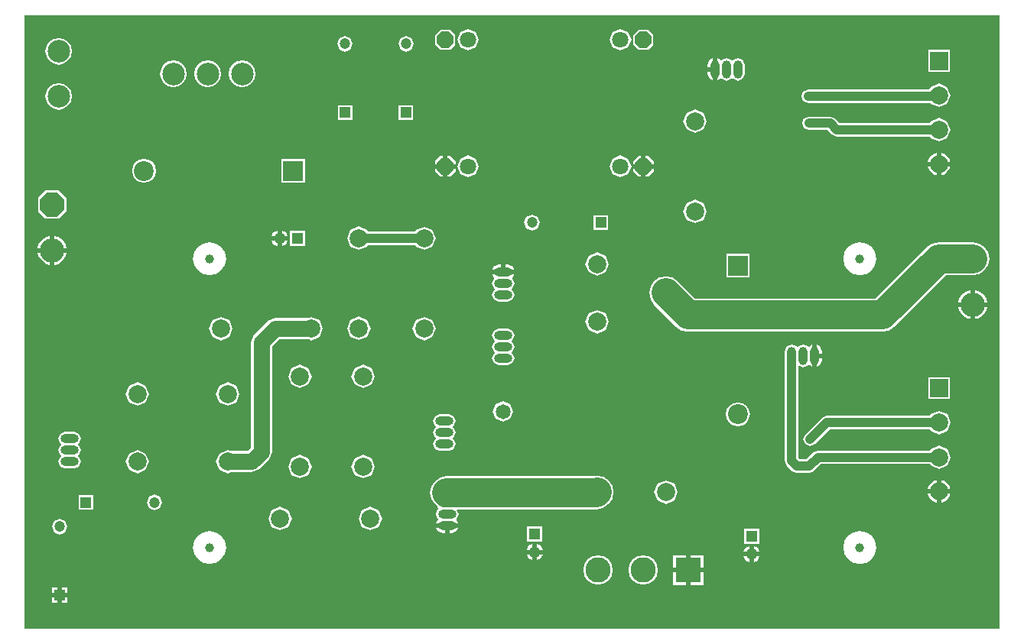
<source format=gbl>
G04*
G04 #@! TF.GenerationSoftware,Altium Limited,Altium Designer,20.0.11 (256)*
G04*
G04 Layer_Physical_Order=2*
G04 Layer_Color=16711680*
%FSLAX25Y25*%
%MOIN*%
G70*
G01*
G75*
%ADD28C,0.08661*%
%ADD29R,0.08661X0.08661*%
%ADD30R,0.08661X0.08661*%
%ADD40C,0.04724*%
%ADD41R,0.04724X0.04724*%
%ADD42R,0.04724X0.04724*%
%ADD50C,0.03937*%
%ADD51C,0.07087*%
%ADD52C,0.12598*%
%ADD53O,0.03937X0.07874*%
%ADD54O,0.03937X0.07874*%
%ADD55O,0.07874X0.03937*%
%ADD56O,0.07874X0.03937*%
%ADD57C,0.07900*%
%ADD58R,0.06496X0.06496*%
%ADD59C,0.06496*%
%ADD60C,0.07874*%
%ADD61R,0.07874X0.07874*%
%ADD62C,0.09843*%
%ADD63P,0.11506X8X292.5*%
%ADD64C,0.10630*%
%ADD65R,0.11024X0.11024*%
%ADD66C,0.11024*%
%ADD67C,0.05118*%
%ADD68R,0.05118X0.05118*%
%ADD69P,0.07671X8X202.5*%
%ADD70C,0.07087*%
%ADD71R,0.05118X0.05118*%
%ADD72C,0.03937*%
%ADD73C,0.02362*%
G36*
X429134Y3937D02*
X3937D01*
Y271654D01*
X429134D01*
Y3937D01*
D02*
G37*
%LPC*%
G36*
X275951Y265170D02*
X271608D01*
X269436Y262998D01*
Y258655D01*
X271608Y256484D01*
X275951D01*
X278123Y258655D01*
Y262998D01*
X275951Y265170D01*
D02*
G37*
G36*
X189534D02*
X185191D01*
X183019Y262998D01*
Y258655D01*
X185191Y256484D01*
X189534D01*
X191706Y258655D01*
Y262998D01*
X189534Y265170D01*
D02*
G37*
G36*
X263779Y265528D02*
X260455Y264151D01*
X259078Y260827D01*
X260455Y257503D01*
X263779Y256126D01*
X267104Y257503D01*
X268481Y260827D01*
X267104Y264151D01*
X263779Y265528D01*
D02*
G37*
G36*
X197362D02*
X194038Y264151D01*
X192661Y260827D01*
X194038Y257503D01*
X197362Y256126D01*
X200686Y257503D01*
X202063Y260827D01*
X200686Y264151D01*
X197362Y265528D01*
D02*
G37*
G36*
X170276Y262529D02*
X167855Y261526D01*
X166853Y259106D01*
X167855Y256686D01*
X170276Y255684D01*
X172696Y256686D01*
X173698Y259106D01*
X172696Y261526D01*
X170276Y262529D01*
D02*
G37*
G36*
X143701D02*
X141280Y261526D01*
X140278Y259106D01*
X141280Y256686D01*
X143701Y255684D01*
X146121Y256686D01*
X147124Y259106D01*
X146121Y261526D01*
X143701Y262529D01*
D02*
G37*
G36*
X314961Y252997D02*
X312842Y252119D01*
X312711Y251802D01*
X312211D01*
X312080Y252119D01*
X309961Y252997D01*
X307842Y252119D01*
X307819Y252064D01*
X307319D01*
X307233Y252272D01*
X305961Y252799D01*
Y248031D01*
Y243264D01*
X307233Y243791D01*
X307319Y243999D01*
X307819D01*
X307842Y243944D01*
X309961Y243066D01*
X312080Y243944D01*
X312211Y244261D01*
X312711D01*
X312842Y243944D01*
X314961Y243066D01*
X317080Y243944D01*
X317957Y246063D01*
Y250000D01*
X317080Y252119D01*
X314961Y252997D01*
D02*
G37*
G36*
X18898Y261739D02*
X16665Y261295D01*
X14773Y260030D01*
X13508Y258138D01*
X13064Y255906D01*
X13508Y253673D01*
X14773Y251781D01*
X16665Y250516D01*
X18898Y250072D01*
X21130Y250516D01*
X23022Y251781D01*
X24287Y253673D01*
X24731Y255906D01*
X24287Y258138D01*
X23022Y260030D01*
X21130Y261295D01*
X18898Y261739D01*
D02*
G37*
G36*
X303961Y252799D02*
X302689Y252272D01*
X301748Y250000D01*
Y249031D01*
X303961D01*
Y252799D01*
D02*
G37*
G36*
X407296Y256430D02*
X397822D01*
Y246956D01*
X407296D01*
Y256430D01*
D02*
G37*
G36*
X303961Y247031D02*
X301748D01*
Y246063D01*
X302689Y243791D01*
X303961Y243264D01*
Y247031D01*
D02*
G37*
G36*
X98819Y251896D02*
X96587Y251452D01*
X94694Y250188D01*
X93430Y248295D01*
X92986Y246063D01*
X93430Y243831D01*
X94694Y241938D01*
X96587Y240674D01*
X98819Y240230D01*
X101051Y240674D01*
X102944Y241938D01*
X104208Y243831D01*
X104652Y246063D01*
X104208Y248295D01*
X102944Y250188D01*
X101051Y251452D01*
X98819Y251896D01*
D02*
G37*
G36*
X83858D02*
X81626Y251452D01*
X79734Y250188D01*
X78469Y248295D01*
X78025Y246063D01*
X78469Y243831D01*
X79734Y241938D01*
X81626Y240674D01*
X83858Y240230D01*
X86091Y240674D01*
X87983Y241938D01*
X89248Y243831D01*
X89692Y246063D01*
X89248Y248295D01*
X87983Y250188D01*
X86091Y251452D01*
X83858Y251896D01*
D02*
G37*
G36*
X68898D02*
X66665Y251452D01*
X64773Y250188D01*
X63508Y248295D01*
X63064Y246063D01*
X63508Y243831D01*
X64773Y241938D01*
X66665Y240674D01*
X68898Y240230D01*
X71130Y240674D01*
X73022Y241938D01*
X74287Y243831D01*
X74731Y246063D01*
X74287Y248295D01*
X73022Y250188D01*
X71130Y251452D01*
X68898Y251896D01*
D02*
G37*
G36*
X402499Y241823D02*
X398874Y240321D01*
X398416Y239217D01*
X345472Y239217D01*
X343354Y238339D01*
X342476Y236221D01*
X343354Y234102D01*
X345472Y233224D01*
X398810Y233224D01*
X398874Y233070D01*
X402499Y231569D01*
X406125Y233070D01*
X407627Y236696D01*
X406125Y240321D01*
X402499Y241823D01*
D02*
G37*
G36*
X18898Y242054D02*
X16665Y241610D01*
X14773Y240345D01*
X13508Y238453D01*
X13064Y236221D01*
X13508Y233988D01*
X14773Y232096D01*
X16665Y230831D01*
X18898Y230387D01*
X21130Y230831D01*
X23022Y232096D01*
X24287Y233988D01*
X24731Y236221D01*
X24287Y238453D01*
X23022Y240345D01*
X21130Y241610D01*
X18898Y242054D01*
D02*
G37*
G36*
X173438Y232245D02*
X167113D01*
Y225921D01*
X173438D01*
Y232245D01*
D02*
G37*
G36*
X146863D02*
X140539D01*
Y225921D01*
X146863D01*
Y232245D01*
D02*
G37*
G36*
X296260Y230521D02*
X292634Y229019D01*
X291132Y225394D01*
X292634Y221768D01*
X296260Y220266D01*
X299885Y221768D01*
X301387Y225394D01*
X299885Y229019D01*
X296260Y230521D01*
D02*
G37*
G36*
X355315Y227406D02*
X355315Y227406D01*
X345822D01*
X343703Y226528D01*
X342826Y224410D01*
X343703Y222290D01*
X345822Y221413D01*
X354074D01*
X355988Y219498D01*
X358107Y218621D01*
X358107Y218621D01*
X398614D01*
X398874Y217992D01*
X402499Y216490D01*
X406125Y217992D01*
X407627Y221617D01*
X406125Y225243D01*
X402499Y226745D01*
X398874Y225243D01*
X398614Y224614D01*
X359348D01*
X357434Y226528D01*
X355315Y227406D01*
D02*
G37*
G36*
X403559Y211528D02*
Y207693D01*
X407394D01*
X407210Y208619D01*
X406118Y210252D01*
X404485Y211344D01*
X403559Y211528D01*
D02*
G37*
G36*
X401559Y211528D02*
X400633Y211344D01*
X399000Y210252D01*
X397908Y208619D01*
X397724Y207693D01*
X401559D01*
Y211528D01*
D02*
G37*
G36*
X276051Y210252D02*
X274780D01*
Y206709D01*
X278323D01*
Y207980D01*
X276051Y210252D01*
D02*
G37*
G36*
X189634D02*
X188362D01*
Y206709D01*
X191905D01*
Y207980D01*
X189634Y210252D01*
D02*
G37*
G36*
X186362D02*
X185091D01*
X182819Y207980D01*
Y206709D01*
X186362D01*
Y210252D01*
D02*
G37*
G36*
X272779D02*
X271508D01*
X269236Y207980D01*
Y206709D01*
X272779D01*
Y210252D01*
D02*
G37*
G36*
X401559Y205693D02*
X397724D01*
X397908Y204767D01*
X399000Y203134D01*
X400633Y202042D01*
X401559Y201858D01*
Y205693D01*
D02*
G37*
G36*
X407394D02*
X403559D01*
Y201858D01*
X404485Y202042D01*
X406118Y203134D01*
X407210Y204767D01*
X407394Y205693D01*
D02*
G37*
G36*
X278323Y204709D02*
X274780D01*
Y201165D01*
X276051D01*
X278323Y203437D01*
Y204709D01*
D02*
G37*
G36*
X272779D02*
X269236D01*
Y203437D01*
X271508Y201165D01*
X272779D01*
Y204709D01*
D02*
G37*
G36*
X191905D02*
X188362D01*
Y201165D01*
X189634D01*
X191905Y203437D01*
Y204709D01*
D02*
G37*
G36*
X186362D02*
X182819D01*
Y203437D01*
X185091Y201165D01*
X186362D01*
Y204709D01*
D02*
G37*
G36*
X263779Y210410D02*
X260455Y209033D01*
X259078Y205709D01*
X260455Y202384D01*
X263779Y201008D01*
X267104Y202384D01*
X268481Y205709D01*
X267104Y209033D01*
X263779Y210410D01*
D02*
G37*
G36*
X197362D02*
X194038Y209033D01*
X192661Y205709D01*
X194038Y202384D01*
X197362Y201008D01*
X200686Y202384D01*
X202063Y205709D01*
X200686Y209033D01*
X197362Y210410D01*
D02*
G37*
G36*
X126194Y208871D02*
X115932D01*
Y198609D01*
X126194D01*
Y208871D01*
D02*
G37*
G36*
X56118Y208971D02*
X54116Y208573D01*
X52419Y207439D01*
X51285Y205742D01*
X50887Y203740D01*
X51285Y201738D01*
X52419Y200041D01*
X54116Y198907D01*
X56118Y198509D01*
X58120Y198907D01*
X59817Y200041D01*
X60951Y201738D01*
X61349Y203740D01*
X60951Y205742D01*
X59817Y207439D01*
X58120Y208573D01*
X56118Y208971D01*
D02*
G37*
G36*
X19101Y195091D02*
X12986D01*
X9928Y192034D01*
Y185919D01*
X12986Y182861D01*
X19101D01*
X22158Y185919D01*
Y192034D01*
X19101Y195091D01*
D02*
G37*
G36*
X296260Y191151D02*
X292634Y189649D01*
X291132Y186024D01*
X292634Y182398D01*
X296260Y180896D01*
X299885Y182398D01*
X301387Y186024D01*
X299885Y189649D01*
X296260Y191151D01*
D02*
G37*
G36*
X258331Y184265D02*
X252007D01*
Y177940D01*
X258331D01*
Y184265D01*
D02*
G37*
G36*
X225146Y184525D02*
X222725Y183523D01*
X221723Y181102D01*
X222725Y178682D01*
X225146Y177680D01*
X227566Y178682D01*
X228568Y181102D01*
X227566Y183523D01*
X225146Y184525D01*
D02*
G37*
G36*
X116157Y177651D02*
Y175213D01*
X118596D01*
X117882Y176937D01*
X116157Y177651D01*
D02*
G37*
G36*
X114157D02*
X112434Y176937D01*
X111719Y175213D01*
X114157D01*
Y177651D01*
D02*
G37*
G36*
X126391Y177572D02*
X119673D01*
Y170853D01*
X126391D01*
Y177572D01*
D02*
G37*
G36*
X118596Y173213D02*
X116157D01*
Y170774D01*
X117882Y171489D01*
X118596Y173213D01*
D02*
G37*
G36*
X114157D02*
X111719D01*
X112434Y171489D01*
X114157Y170774D01*
Y173213D01*
D02*
G37*
G36*
X17043Y175216D02*
Y169976D01*
X22283D01*
X21992Y171440D01*
X20596Y173529D01*
X18507Y174925D01*
X17043Y175216D01*
D02*
G37*
G36*
X15043D02*
X13579Y174925D01*
X11490Y173529D01*
X10095Y171440D01*
X9804Y169976D01*
X15043D01*
Y175216D01*
D02*
G37*
G36*
X149694Y179491D02*
X146069Y177989D01*
X144567Y174363D01*
X146069Y170738D01*
X149694Y169236D01*
X153320Y170738D01*
X153549Y171291D01*
X174232D01*
X174524Y170587D01*
X178150Y169085D01*
X181775Y170587D01*
X183277Y174213D01*
X181775Y177838D01*
X178150Y179340D01*
X174524Y177838D01*
X174295Y177285D01*
X153611D01*
X153320Y177989D01*
X149694Y179491D01*
D02*
G37*
G36*
X22283Y167976D02*
X17043D01*
Y162737D01*
X18507Y163028D01*
X20596Y164424D01*
X21992Y166512D01*
X22283Y167976D01*
D02*
G37*
G36*
X15043D02*
X9804D01*
X10095Y166512D01*
X11490Y164424D01*
X13579Y163028D01*
X15043Y162737D01*
Y167976D01*
D02*
G37*
G36*
X214567Y162819D02*
X213598D01*
Y160606D01*
X217366D01*
X216839Y161878D01*
X214567Y162819D01*
D02*
G37*
G36*
X211598D02*
X210630D01*
X208358Y161878D01*
X207831Y160606D01*
X211598D01*
Y162819D01*
D02*
G37*
G36*
X368110Y172593D02*
X365340Y172042D01*
X362992Y170473D01*
X361423Y168124D01*
X360872Y165354D01*
X361423Y162584D01*
X362992Y160236D01*
X365340Y158667D01*
X368110Y158116D01*
X370880Y158667D01*
X373229Y160236D01*
X374798Y162584D01*
X375348Y165354D01*
X374798Y168124D01*
X373229Y170473D01*
X370880Y172042D01*
X368110Y172593D01*
D02*
G37*
G36*
X84646D02*
X81876Y172042D01*
X79527Y170473D01*
X77958Y168124D01*
X77407Y165354D01*
X77958Y162584D01*
X79527Y160236D01*
X81876Y158667D01*
X84646Y158116D01*
X87416Y158667D01*
X89764Y160236D01*
X91333Y162584D01*
X91884Y165354D01*
X91333Y168124D01*
X89764Y170473D01*
X87416Y172042D01*
X84646Y172593D01*
D02*
G37*
G36*
X253518Y168197D02*
X249882Y166692D01*
X248376Y163056D01*
X249882Y159421D01*
X253518Y157915D01*
X257153Y159421D01*
X258659Y163056D01*
X257153Y166692D01*
X253518Y168197D01*
D02*
G37*
G36*
X320090Y167509D02*
X309828D01*
Y157248D01*
X320090D01*
Y167509D01*
D02*
G37*
G36*
X417323Y172593D02*
X402559D01*
X399789Y172042D01*
X397441Y170473D01*
X374955Y147986D01*
X296226D01*
X288636Y155576D01*
X286288Y157145D01*
X283518Y157696D01*
X280748Y157145D01*
X278399Y155576D01*
X276830Y153228D01*
X276279Y150458D01*
X276830Y147688D01*
X278399Y145339D01*
X288109Y135630D01*
X290457Y134061D01*
X293227Y133510D01*
X377953D01*
X380723Y134061D01*
X383071Y135630D01*
X405557Y158116D01*
X417323D01*
X420093Y158667D01*
X422441Y160236D01*
X424010Y162584D01*
X424561Y165354D01*
X424010Y168124D01*
X422441Y170473D01*
X420093Y172042D01*
X417323Y172593D01*
D02*
G37*
G36*
X217366Y158606D02*
X212598D01*
X207831D01*
X208358Y157334D01*
X208566Y157248D01*
Y156748D01*
X208511Y156725D01*
X207633Y154606D01*
X208511Y152487D01*
X208827Y152356D01*
Y151856D01*
X208511Y151725D01*
X207633Y149606D01*
X208511Y147487D01*
X210630Y146610D01*
X214567D01*
X216686Y147487D01*
X217564Y149606D01*
X216686Y151725D01*
X216369Y151856D01*
Y152356D01*
X216686Y152487D01*
X217564Y154606D01*
X216686Y156725D01*
X216631Y156748D01*
Y157248D01*
X216839Y157334D01*
X217366Y158606D01*
D02*
G37*
G36*
X418323Y151594D02*
Y146354D01*
X423563D01*
X423271Y147818D01*
X421876Y149907D01*
X419787Y151303D01*
X418323Y151594D01*
D02*
G37*
G36*
X416323Y151594D02*
X414859Y151303D01*
X412770Y149907D01*
X411374Y147818D01*
X411083Y146354D01*
X416323D01*
Y151594D01*
D02*
G37*
G36*
X128937Y139970D02*
X127908Y139544D01*
X113189D01*
X113189Y139544D01*
X109865Y138167D01*
X109865Y138167D01*
X103959Y132261D01*
X102582Y128937D01*
X102582Y128937D01*
Y83021D01*
X101185Y81624D01*
X93185D01*
X92520Y81899D01*
X88894Y80397D01*
X87392Y76772D01*
X88894Y73146D01*
X92520Y71644D01*
X93912Y72221D01*
X103132D01*
X103132Y72221D01*
X106456Y73598D01*
X110608Y77749D01*
X110608Y77749D01*
X111985Y81074D01*
Y126990D01*
X115136Y130141D01*
X127908D01*
X128937Y129715D01*
X132563Y131217D01*
X134064Y134843D01*
X132563Y138468D01*
X128937Y139970D01*
D02*
G37*
G36*
X423563Y144354D02*
X418323D01*
Y139115D01*
X419787Y139406D01*
X421876Y140802D01*
X423271Y142890D01*
X423563Y144354D01*
D02*
G37*
G36*
X416323D02*
X411083D01*
X411374Y142890D01*
X412770Y140802D01*
X414859Y139406D01*
X416323Y139115D01*
Y144354D01*
D02*
G37*
G36*
X253518Y143001D02*
X249882Y141495D01*
X248376Y137859D01*
X249882Y134224D01*
X253518Y132718D01*
X257153Y134224D01*
X258659Y137859D01*
X257153Y141495D01*
X253518Y143001D01*
D02*
G37*
G36*
X149694Y140120D02*
X146069Y138619D01*
X144567Y134993D01*
X146069Y131368D01*
X149694Y129866D01*
X153320Y131368D01*
X154822Y134993D01*
X153320Y138619D01*
X149694Y140120D01*
D02*
G37*
G36*
X178150Y139970D02*
X174524Y138468D01*
X173022Y134843D01*
X174524Y131217D01*
X178150Y129715D01*
X181775Y131217D01*
X183277Y134843D01*
X181775Y138468D01*
X178150Y139970D01*
D02*
G37*
G36*
X89567D02*
X85941Y138468D01*
X84440Y134843D01*
X85941Y131217D01*
X89567Y129715D01*
X93192Y131217D01*
X94694Y134843D01*
X93192Y138468D01*
X89567Y139970D01*
D02*
G37*
G36*
X343425Y127997D02*
X341306Y127119D01*
X341175Y126803D01*
X340675D01*
X340544Y127119D01*
X338425Y127997D01*
X336306Y127119D01*
X335429Y125000D01*
Y121063D01*
Y77109D01*
X335429Y77109D01*
X336306Y74990D01*
X338613Y72684D01*
X340731Y71807D01*
X340732Y71807D01*
X345918D01*
X345918Y71807D01*
X348037Y72684D01*
X351096Y75744D01*
X398673D01*
X398934Y75115D01*
X402559Y73613D01*
X406185Y75115D01*
X407686Y78740D01*
X406185Y82366D01*
X402559Y83868D01*
X398934Y82366D01*
X398673Y81737D01*
X349855D01*
X347736Y80859D01*
X347736Y80859D01*
X344677Y77800D01*
X341973D01*
X341422Y78351D01*
Y118446D01*
X341838Y118724D01*
X343425Y118066D01*
X345544Y118944D01*
X345567Y118999D01*
X346067D01*
X346153Y118791D01*
X347425Y118264D01*
Y123031D01*
Y127799D01*
X346153Y127272D01*
X346067Y127064D01*
X345567D01*
X345544Y127119D01*
X343425Y127997D01*
D02*
G37*
G36*
X349425Y127799D02*
Y124031D01*
X351638D01*
Y125000D01*
X350697Y127272D01*
X349425Y127799D01*
D02*
G37*
G36*
X214567Y134886D02*
X210630D01*
X208511Y134009D01*
X207633Y131890D01*
X208511Y129771D01*
X208827Y129640D01*
Y129140D01*
X208511Y129009D01*
X207633Y126890D01*
X208511Y124771D01*
X208827Y124640D01*
Y124140D01*
X208511Y124009D01*
X207633Y121890D01*
X208511Y119771D01*
X210630Y118893D01*
X214567D01*
X216686Y119771D01*
X217564Y121890D01*
X216686Y124009D01*
X216369Y124140D01*
Y124640D01*
X216686Y124771D01*
X217564Y126890D01*
X216686Y129009D01*
X216369Y129140D01*
Y129640D01*
X216686Y129771D01*
X217564Y131890D01*
X216686Y134009D01*
X214567Y134886D01*
D02*
G37*
G36*
X351638Y122031D02*
X349425D01*
Y118264D01*
X350697Y118791D01*
X351638Y121063D01*
Y122031D01*
D02*
G37*
G36*
X151575Y119196D02*
X147949Y117694D01*
X146448Y114068D01*
X147949Y110443D01*
X151575Y108941D01*
X155200Y110443D01*
X156702Y114068D01*
X155200Y117694D01*
X151575Y119196D01*
D02*
G37*
G36*
X124016D02*
X120390Y117694D01*
X118888Y114068D01*
X120390Y110443D01*
X124016Y108941D01*
X127641Y110443D01*
X129143Y114068D01*
X127641Y117694D01*
X124016Y119196D01*
D02*
G37*
G36*
X407356Y113553D02*
X397882D01*
Y104079D01*
X407356D01*
Y113553D01*
D02*
G37*
G36*
X92520Y111426D02*
X88894Y109925D01*
X87392Y106299D01*
X88894Y102674D01*
X92520Y101172D01*
X96145Y102674D01*
X97647Y106299D01*
X96145Y109925D01*
X92520Y111426D01*
D02*
G37*
G36*
X53150D02*
X49524Y109925D01*
X48022Y106299D01*
X49524Y102674D01*
X53150Y101172D01*
X56775Y102674D01*
X58277Y106299D01*
X56775Y109925D01*
X53150Y111426D01*
D02*
G37*
G36*
X402559Y98946D02*
X398934Y97444D01*
X398673Y96816D01*
X353661D01*
X353661Y96816D01*
X351542Y95938D01*
X351542Y95938D01*
X344338Y88733D01*
X343460Y86614D01*
X344338Y84495D01*
X346457Y83618D01*
X348576Y84495D01*
X354903Y90822D01*
X398673D01*
X398934Y90193D01*
X402559Y88692D01*
X406185Y90193D01*
X407686Y93819D01*
X406185Y97444D01*
X402559Y98946D01*
D02*
G37*
G36*
X212509Y103084D02*
X209411Y101801D01*
X208128Y98702D01*
X209411Y95604D01*
X212509Y94321D01*
X215608Y95604D01*
X216891Y98702D01*
X215608Y101801D01*
X212509Y103084D01*
D02*
G37*
G36*
X314959Y102665D02*
X312957Y102267D01*
X311260Y101133D01*
X310126Y99436D01*
X309728Y97434D01*
X310126Y95432D01*
X311260Y93735D01*
X312957Y92601D01*
X314959Y92203D01*
X316961Y92601D01*
X318658Y93735D01*
X319792Y95432D01*
X320190Y97434D01*
X319792Y99436D01*
X318658Y101133D01*
X316961Y102267D01*
X314959Y102665D01*
D02*
G37*
G36*
X188976Y97485D02*
X185039D01*
X182921Y96607D01*
X182043Y94488D01*
X182921Y92369D01*
X183237Y92238D01*
Y91738D01*
X182920Y91607D01*
X182043Y89488D01*
X182920Y87369D01*
X183237Y87238D01*
Y86738D01*
X182920Y86607D01*
X182043Y84488D01*
X182920Y82369D01*
X185039Y81492D01*
X188976D01*
X191095Y82369D01*
X191973Y84488D01*
X191095Y86607D01*
X190779Y86738D01*
Y87238D01*
X191095Y87369D01*
X191973Y89488D01*
X191095Y91607D01*
X190779Y91738D01*
Y92238D01*
X191095Y92369D01*
X191973Y94488D01*
X191095Y96607D01*
X188976Y97485D01*
D02*
G37*
G36*
X25591Y89768D02*
X21654D01*
X19535Y88891D01*
X18657Y86772D01*
X19535Y84653D01*
X19851Y84522D01*
Y84022D01*
X19535Y83891D01*
X18657Y81772D01*
X19535Y79653D01*
X19851Y79522D01*
Y79022D01*
X19535Y78891D01*
X18657Y76772D01*
X19535Y74653D01*
X21654Y73775D01*
X25591D01*
X27709Y74653D01*
X28587Y76772D01*
X27709Y78891D01*
X27393Y79022D01*
Y79522D01*
X27709Y79653D01*
X28587Y81772D01*
X27709Y83891D01*
X27393Y84022D01*
Y84522D01*
X27709Y84653D01*
X28587Y86772D01*
X27709Y88891D01*
X25591Y89768D01*
D02*
G37*
G36*
X53150Y81899D02*
X49524Y80397D01*
X48022Y76772D01*
X49524Y73146D01*
X53150Y71644D01*
X56775Y73146D01*
X58277Y76772D01*
X56775Y80397D01*
X53150Y81899D01*
D02*
G37*
G36*
X151575Y79826D02*
X147949Y78324D01*
X146448Y74698D01*
X147949Y71073D01*
X151575Y69571D01*
X155200Y71073D01*
X156702Y74698D01*
X155200Y78324D01*
X151575Y79826D01*
D02*
G37*
G36*
X124016D02*
X120390Y78324D01*
X118888Y74698D01*
X120390Y71073D01*
X124016Y69571D01*
X127641Y71073D01*
X129143Y74698D01*
X127641Y78324D01*
X124016Y79826D01*
D02*
G37*
G36*
X403619Y68651D02*
Y64816D01*
X407453D01*
X407269Y65742D01*
X406178Y67375D01*
X404545Y68466D01*
X403619Y68651D01*
D02*
G37*
G36*
X401619Y68651D02*
X400692Y68466D01*
X399059Y67375D01*
X397968Y65742D01*
X397784Y64816D01*
X401619D01*
Y68651D01*
D02*
G37*
G36*
Y62816D02*
X397784D01*
X397968Y61889D01*
X399059Y60256D01*
X400692Y59165D01*
X401619Y58981D01*
Y62816D01*
D02*
G37*
G36*
X407453D02*
X403619D01*
Y58981D01*
X404545Y59165D01*
X406178Y60256D01*
X407269Y61889D01*
X407453Y62816D01*
D02*
G37*
G36*
X283518Y68591D02*
X279882Y67085D01*
X278376Y63450D01*
X279882Y59814D01*
X283518Y58308D01*
X287153Y59814D01*
X288659Y63450D01*
X287153Y67085D01*
X283518Y68591D01*
D02*
G37*
G36*
X33820Y62217D02*
X27495D01*
Y55893D01*
X33820D01*
Y62217D01*
D02*
G37*
G36*
X60681Y62478D02*
X58261Y61475D01*
X57258Y59055D01*
X58261Y56635D01*
X60681Y55632D01*
X63101Y56635D01*
X64104Y59055D01*
X63101Y61475D01*
X60681Y62478D01*
D02*
G37*
G36*
X253518Y70688D02*
X252610Y70508D01*
X187992D01*
X185222Y69957D01*
X182874Y68388D01*
X181305Y66039D01*
X180754Y63269D01*
X181305Y60499D01*
X182874Y58151D01*
X183808Y57527D01*
X184101Y56818D01*
X184418Y56687D01*
Y56187D01*
X184101Y56056D01*
X183224Y53937D01*
X184101Y51818D01*
X184157Y51795D01*
Y51295D01*
X183949Y51209D01*
X183422Y49937D01*
X192956D01*
X192429Y51209D01*
X192221Y51295D01*
Y51795D01*
X192276Y51818D01*
X193154Y53937D01*
X192459Y55615D01*
X192737Y56031D01*
X253337D01*
X256107Y56582D01*
X258455Y58151D01*
X258636Y58332D01*
X260205Y60680D01*
X260756Y63450D01*
X260205Y66220D01*
X258636Y68568D01*
X256288Y70137D01*
X253518Y70688D01*
D02*
G37*
G36*
X154724Y57096D02*
X151099Y55594D01*
X149597Y51968D01*
X151099Y48343D01*
X154724Y46841D01*
X158350Y48343D01*
X159852Y51968D01*
X158350Y55594D01*
X154724Y57096D01*
D02*
G37*
G36*
X115354D02*
X111729Y55594D01*
X110227Y51968D01*
X111729Y48343D01*
X115354Y46841D01*
X118980Y48343D01*
X120482Y51968D01*
X118980Y55594D01*
X115354Y57096D01*
D02*
G37*
G36*
X192956Y47937D02*
X189189D01*
Y45724D01*
X190157D01*
X192429Y46665D01*
X192956Y47937D01*
D02*
G37*
G36*
X187189D02*
X183422D01*
X183949Y46665D01*
X186221Y45724D01*
X187189D01*
Y47937D01*
D02*
G37*
G36*
X19291Y51899D02*
X16871Y50897D01*
X15869Y48476D01*
X16871Y46056D01*
X19291Y45054D01*
X21712Y46056D01*
X22714Y48476D01*
X21712Y50897D01*
X19291Y51899D01*
D02*
G37*
G36*
X229737Y48635D02*
X223019D01*
Y41916D01*
X229737D01*
Y48635D01*
D02*
G37*
G36*
X324225Y47650D02*
X317507D01*
Y40932D01*
X324225D01*
Y47650D01*
D02*
G37*
G36*
X227378Y40840D02*
Y38402D01*
X229816D01*
X229102Y40126D01*
X227378Y40840D01*
D02*
G37*
G36*
X225378Y40840D02*
X223654Y40126D01*
X222940Y38402D01*
X225378D01*
Y40840D01*
D02*
G37*
G36*
X321866Y39855D02*
Y37417D01*
X324304D01*
X323590Y39141D01*
X321866Y39855D01*
D02*
G37*
G36*
X319866D02*
X318142Y39141D01*
X317428Y37417D01*
X319866D01*
Y39855D01*
D02*
G37*
G36*
X229816Y36402D02*
X227378D01*
Y33964D01*
X229102Y34678D01*
X229816Y36402D01*
D02*
G37*
G36*
X225378D02*
X222940D01*
X223654Y34678D01*
X225378Y33964D01*
Y36402D01*
D02*
G37*
G36*
X324304Y35417D02*
X321866D01*
Y32979D01*
X323590Y33693D01*
X324304Y35417D01*
D02*
G37*
G36*
X319866D02*
X317428D01*
X318142Y33693D01*
X319866Y32979D01*
Y35417D01*
D02*
G37*
G36*
X368110Y46608D02*
X365340Y46057D01*
X362992Y44488D01*
X361423Y42140D01*
X360872Y39370D01*
X361423Y36600D01*
X362992Y34252D01*
X365340Y32683D01*
X368110Y32132D01*
X370880Y32683D01*
X373229Y34252D01*
X374798Y36600D01*
X375348Y39370D01*
X374798Y42140D01*
X373229Y44488D01*
X370880Y46057D01*
X368110Y46608D01*
D02*
G37*
G36*
X84646D02*
X81876Y46057D01*
X79527Y44488D01*
X77958Y42140D01*
X77407Y39370D01*
X77958Y36600D01*
X79527Y34252D01*
X81876Y32683D01*
X84646Y32132D01*
X87416Y32683D01*
X89764Y34252D01*
X91333Y36600D01*
X91884Y39370D01*
X91333Y42140D01*
X89764Y44488D01*
X87416Y46057D01*
X84646Y46608D01*
D02*
G37*
G36*
X299819Y36039D02*
X294307D01*
Y30528D01*
X299819D01*
Y36039D01*
D02*
G37*
G36*
X292307D02*
X286795D01*
Y30528D01*
X292307D01*
Y36039D01*
D02*
G37*
G36*
X273622Y35963D02*
X271159Y35473D01*
X269072Y34078D01*
X267676Y31990D01*
X267187Y29528D01*
X267676Y27065D01*
X269072Y24977D01*
X271159Y23582D01*
X273622Y23092D01*
X276085Y23582D01*
X278173Y24977D01*
X279568Y27065D01*
X280058Y29528D01*
X279568Y31990D01*
X278173Y34078D01*
X276085Y35473D01*
X273622Y35963D01*
D02*
G37*
G36*
X253937D02*
X251474Y35473D01*
X249387Y34078D01*
X247991Y31990D01*
X247501Y29528D01*
X247991Y27065D01*
X249387Y24977D01*
X251474Y23582D01*
X253937Y23092D01*
X256400Y23582D01*
X258488Y24977D01*
X259883Y27065D01*
X260372Y29528D01*
X259883Y31990D01*
X258488Y34078D01*
X256400Y35473D01*
X253937Y35963D01*
D02*
G37*
G36*
X299819Y28528D02*
X294307D01*
Y23016D01*
X299819D01*
Y28528D01*
D02*
G37*
G36*
X292307D02*
X286795D01*
Y23016D01*
X292307D01*
Y28528D01*
D02*
G37*
G36*
X22654Y21815D02*
X20291D01*
Y19453D01*
X22654D01*
Y21815D01*
D02*
G37*
G36*
X18291D02*
X15929D01*
Y19453D01*
X18291D01*
Y21815D01*
D02*
G37*
G36*
X22654Y17453D02*
X20291D01*
Y15091D01*
X22654D01*
Y17453D01*
D02*
G37*
G36*
X18291D02*
X15929D01*
Y15091D01*
X18291D01*
Y17453D01*
D02*
G37*
%LPD*%
D28*
X56118Y203740D02*
D03*
X314959Y97434D02*
D03*
D29*
X121063Y203740D02*
D03*
D30*
X314959Y162379D02*
D03*
D40*
X225146Y181102D02*
D03*
X60681Y59055D02*
D03*
X19291Y48476D02*
D03*
X143701Y259106D02*
D03*
X170276D02*
D03*
D41*
X255169Y181102D02*
D03*
X30658Y59055D02*
D03*
D42*
X19291Y18453D02*
D03*
X143701Y229083D02*
D03*
X170276D02*
D03*
D50*
X149694Y174363D02*
X149769Y174288D01*
X178074D01*
X178150Y174213D01*
X345472Y236221D02*
X402024Y236221D01*
X402499Y236696D01*
X358107Y221617D02*
X402499D01*
X355315Y224410D02*
X358107Y221617D01*
X345822Y224410D02*
X355315D01*
X340731Y74803D02*
X345918D01*
X338425Y77109D02*
Y123031D01*
Y77109D02*
X340731Y74803D01*
X349855Y78740D02*
X402559D01*
X345918Y74803D02*
X349855Y78740D01*
X353661Y93819D02*
X402559D01*
X346457Y86614D02*
X353661Y93819D01*
D51*
X113189Y134843D02*
X128937D01*
X107283Y128937D02*
X113189Y134843D01*
X107283Y81074D02*
Y128937D01*
X92670Y76922D02*
X103132D01*
X107283Y81074D01*
X92520Y76772D02*
X92670Y76922D01*
D52*
X402559Y165354D02*
X417323D01*
X187992Y63269D02*
X212509D01*
X293227Y140748D02*
X377953D01*
X402559Y165354D01*
X283518Y150458D02*
X293227Y140748D01*
X212509Y63269D02*
X253337D01*
X253518Y63450D01*
D53*
X314961Y248031D02*
D03*
X309961D02*
D03*
X338425Y123031D02*
D03*
X343425D02*
D03*
D54*
X304961Y248031D02*
D03*
X348425Y123031D02*
D03*
D55*
X212598Y131890D02*
D03*
Y159606D02*
D03*
X23622Y86772D02*
D03*
X187008Y94488D02*
D03*
X188189Y48937D02*
D03*
D56*
X212598Y126890D02*
D03*
Y121890D02*
D03*
Y149606D02*
D03*
Y154606D02*
D03*
X23622Y81772D02*
D03*
Y76772D02*
D03*
X187008Y84488D02*
D03*
Y89488D02*
D03*
X188189Y53937D02*
D03*
Y58937D02*
D03*
D57*
X253518Y63450D02*
D03*
Y137859D02*
D03*
Y163056D02*
D03*
X283518Y150458D02*
D03*
Y63450D02*
D03*
D58*
X212509Y63269D02*
D03*
D59*
Y98702D02*
D03*
D60*
X402499Y221617D02*
D03*
Y236696D02*
D03*
X402559Y206693D02*
D03*
X402619Y63816D02*
D03*
X402559Y93819D02*
D03*
Y78740D02*
D03*
X296260Y186024D02*
D03*
Y225394D02*
D03*
X151575Y74698D02*
D03*
Y114068D02*
D03*
X115354Y51968D02*
D03*
X154724D02*
D03*
X53150Y76772D02*
D03*
X92520D02*
D03*
X128937Y134843D02*
D03*
X89567D02*
D03*
X178150D02*
D03*
Y174213D02*
D03*
X124016Y74698D02*
D03*
Y114068D02*
D03*
X53150Y106299D02*
D03*
X92520D02*
D03*
X149694Y134993D02*
D03*
Y174363D02*
D03*
D61*
X402559Y251693D02*
D03*
X402619Y108816D02*
D03*
D62*
X68898Y246063D02*
D03*
X18898Y255906D02*
D03*
Y236221D02*
D03*
X83858Y246063D02*
D03*
X98819D02*
D03*
D63*
X417323Y165354D02*
D03*
X16043Y188976D02*
D03*
D64*
X417323Y145354D02*
D03*
X16043Y168976D02*
D03*
D65*
X293307Y29528D02*
D03*
D66*
X273622D02*
D03*
X253937D02*
D03*
D67*
X226378Y37402D02*
D03*
X320866Y36417D02*
D03*
X115157Y174213D02*
D03*
D68*
X226378Y45276D02*
D03*
X320866Y44291D02*
D03*
D69*
X273780Y260827D02*
D03*
X187362D02*
D03*
X273780Y205709D02*
D03*
X187362D02*
D03*
D70*
X263779Y260827D02*
D03*
X197362D02*
D03*
X263779Y205709D02*
D03*
X197362D02*
D03*
D71*
X123031Y174213D02*
D03*
D72*
X368110Y165354D02*
D03*
X84646D02*
D03*
X368110Y39370D02*
D03*
X84646D02*
D03*
D73*
X194633Y39865D02*
D03*
X188189Y39370D02*
D03*
X197343Y44193D02*
D03*
X181496Y39764D02*
D03*
X179035Y44094D02*
D03*
X345472Y236221D02*
D03*
X354047Y185324D02*
D03*
X345822Y224410D02*
D03*
X345918Y74803D02*
D03*
X346457Y86614D02*
D03*
M02*

</source>
